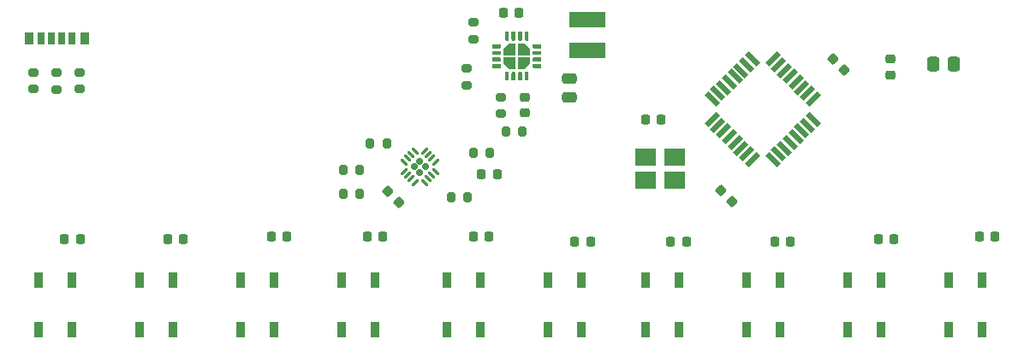
<source format=gbr>
%TF.GenerationSoftware,KiCad,Pcbnew,7.0.10*%
%TF.CreationDate,2024-11-03T00:17:19-07:00*%
%TF.ProjectId,winston-pomodoro-timer,77696e73-746f-46e2-9d70-6f6d6f646f72,rev?*%
%TF.SameCoordinates,Original*%
%TF.FileFunction,Paste,Top*%
%TF.FilePolarity,Positive*%
%FSLAX46Y46*%
G04 Gerber Fmt 4.6, Leading zero omitted, Abs format (unit mm)*
G04 Created by KiCad (PCBNEW 7.0.10) date 2024-11-03 00:17:19*
%MOMM*%
%LPD*%
G01*
G04 APERTURE LIST*
G04 Aperture macros list*
%AMRoundRect*
0 Rectangle with rounded corners*
0 $1 Rounding radius*
0 $2 $3 $4 $5 $6 $7 $8 $9 X,Y pos of 4 corners*
0 Add a 4 corners polygon primitive as box body*
4,1,4,$2,$3,$4,$5,$6,$7,$8,$9,$2,$3,0*
0 Add four circle primitives for the rounded corners*
1,1,$1+$1,$2,$3*
1,1,$1+$1,$4,$5*
1,1,$1+$1,$6,$7*
1,1,$1+$1,$8,$9*
0 Add four rect primitives between the rounded corners*
20,1,$1+$1,$2,$3,$4,$5,0*
20,1,$1+$1,$4,$5,$6,$7,0*
20,1,$1+$1,$6,$7,$8,$9,0*
20,1,$1+$1,$8,$9,$2,$3,0*%
%AMRotRect*
0 Rectangle, with rotation*
0 The origin of the aperture is its center*
0 $1 length*
0 $2 width*
0 $3 Rotation angle, in degrees counterclockwise*
0 Add horizontal line*
21,1,$1,$2,0,0,$3*%
G04 Aperture macros list end*
%ADD10C,0.010000*%
%ADD11RoundRect,0.225000X0.225000X0.250000X-0.225000X0.250000X-0.225000X-0.250000X0.225000X-0.250000X0*%
%ADD12RoundRect,0.200000X0.200000X0.275000X-0.200000X0.275000X-0.200000X-0.275000X0.200000X-0.275000X0*%
%ADD13RotRect,1.600000X0.550000X45.000000*%
%ADD14RotRect,1.600000X0.550000X135.000000*%
%ADD15R,0.900000X1.500000*%
%ADD16RoundRect,0.200000X-0.275000X0.200000X-0.275000X-0.200000X0.275000X-0.200000X0.275000X0.200000X0*%
%ADD17R,3.600000X1.500000*%
%ADD18RoundRect,0.200000X-0.200000X-0.275000X0.200000X-0.275000X0.200000X0.275000X-0.200000X0.275000X0*%
%ADD19RoundRect,0.225000X-0.335876X-0.017678X-0.017678X-0.335876X0.335876X0.017678X0.017678X0.335876X0*%
%ADD20RoundRect,0.225000X-0.225000X-0.250000X0.225000X-0.250000X0.225000X0.250000X-0.225000X0.250000X0*%
%ADD21R,2.100000X1.800000*%
%ADD22RoundRect,0.200000X0.275000X-0.200000X0.275000X0.200000X-0.275000X0.200000X-0.275000X-0.200000X0*%
%ADD23RoundRect,0.250000X-0.475000X0.250000X-0.475000X-0.250000X0.475000X-0.250000X0.475000X0.250000X0*%
%ADD24RoundRect,0.225000X0.335876X0.017678X0.017678X0.335876X-0.335876X-0.017678X-0.017678X-0.335876X0*%
%ADD25RoundRect,0.250000X-0.337500X-0.475000X0.337500X-0.475000X0.337500X0.475000X-0.337500X0.475000X0*%
%ADD26RoundRect,0.225000X0.250000X-0.225000X0.250000X0.225000X-0.250000X0.225000X-0.250000X-0.225000X0*%
%ADD27RoundRect,0.225000X-0.250000X0.225000X-0.250000X-0.225000X0.250000X-0.225000X0.250000X0.225000X0*%
%ADD28RoundRect,0.160000X0.226274X0.000000X0.000000X0.226274X-0.226274X0.000000X0.000000X-0.226274X0*%
%ADD29RoundRect,0.062500X0.309359X-0.220971X-0.220971X0.309359X-0.309359X0.220971X0.220971X-0.309359X0*%
%ADD30RoundRect,0.062500X0.309359X0.220971X0.220971X0.309359X-0.309359X-0.220971X-0.220971X-0.309359X0*%
%ADD31R,0.700000X1.150000*%
%ADD32R,0.800000X1.150000*%
%ADD33R,0.900000X1.150000*%
G04 APERTURE END LIST*
%TO.C,U3*%
D10*
X170700000Y-68371998D02*
X170700000Y-68949998D01*
X169600000Y-68949998D01*
X169600000Y-67849998D01*
X170178000Y-67849998D01*
X170700000Y-68371998D01*
G36*
X170700000Y-68371998D02*
G01*
X170700000Y-68949998D01*
X169600000Y-68949998D01*
X169600000Y-67849998D01*
X170178000Y-67849998D01*
X170700000Y-68371998D01*
G37*
X170700000Y-69827998D02*
X170178000Y-70349998D01*
X169600000Y-70349998D01*
X169600000Y-69249998D01*
X170700000Y-69249998D01*
X170700000Y-69827998D01*
G36*
X170700000Y-69827998D02*
G01*
X170178000Y-70349998D01*
X169600000Y-70349998D01*
X169600000Y-69249998D01*
X170700000Y-69249998D01*
X170700000Y-69827998D01*
G37*
X169300000Y-70349998D02*
X168722000Y-70349998D01*
X168200000Y-69827998D01*
X168200000Y-69249998D01*
X169300000Y-69249998D01*
X169300000Y-70349998D01*
G36*
X169300000Y-70349998D02*
G01*
X168722000Y-70349998D01*
X168200000Y-69827998D01*
X168200000Y-69249998D01*
X169300000Y-69249998D01*
X169300000Y-70349998D01*
G37*
X169300000Y-68949998D02*
X168200000Y-68949998D01*
X168200000Y-68371998D01*
X168722000Y-67849998D01*
X169300000Y-67849998D01*
X169300000Y-68949998D01*
G36*
X169300000Y-68949998D02*
G01*
X168200000Y-68949998D01*
X168200000Y-68371998D01*
X168722000Y-67849998D01*
X169300000Y-67849998D01*
X169300000Y-68949998D01*
G37*
X171825000Y-70224998D02*
X171175000Y-70224998D01*
X171167000Y-70224998D01*
X171159000Y-70223998D01*
X171152000Y-70222998D01*
X171144000Y-70221998D01*
X171136000Y-70219998D01*
X171129000Y-70217998D01*
X171121000Y-70214998D01*
X171114000Y-70211998D01*
X171107000Y-70208998D01*
X171100000Y-70204998D01*
X171093000Y-70200998D01*
X171087000Y-70195998D01*
X171081000Y-70191998D01*
X171075000Y-70185998D01*
X171069000Y-70180998D01*
X171064000Y-70174998D01*
X171058000Y-70168998D01*
X171054000Y-70162998D01*
X171049000Y-70156998D01*
X171045000Y-70149998D01*
X171041000Y-70142998D01*
X171038000Y-70135998D01*
X171035000Y-70128998D01*
X171032000Y-70120998D01*
X171030000Y-70113998D01*
X171028000Y-70105998D01*
X171027000Y-70097998D01*
X171026000Y-70090998D01*
X171025000Y-70082998D01*
X171025000Y-70074998D01*
X171025000Y-70066998D01*
X171026000Y-70058998D01*
X171027000Y-70051998D01*
X171028000Y-70043998D01*
X171030000Y-70035998D01*
X171032000Y-70028998D01*
X171035000Y-70020998D01*
X171038000Y-70013998D01*
X171041000Y-70006998D01*
X171045000Y-69999998D01*
X171049000Y-69992998D01*
X171054000Y-69986998D01*
X171058000Y-69980998D01*
X171064000Y-69974998D01*
X171069000Y-69968998D01*
X171075000Y-69963998D01*
X171081000Y-69957998D01*
X171087000Y-69953998D01*
X171093000Y-69948998D01*
X171100000Y-69944998D01*
X171107000Y-69940998D01*
X171114000Y-69937998D01*
X171121000Y-69934998D01*
X171129000Y-69931998D01*
X171136000Y-69929998D01*
X171144000Y-69927998D01*
X171152000Y-69926998D01*
X171159000Y-69925998D01*
X171167000Y-69924998D01*
X171175000Y-69924998D01*
X171825000Y-69924998D01*
X171825000Y-70224998D01*
G36*
X171825000Y-70224998D02*
G01*
X171175000Y-70224998D01*
X171167000Y-70224998D01*
X171159000Y-70223998D01*
X171152000Y-70222998D01*
X171144000Y-70221998D01*
X171136000Y-70219998D01*
X171129000Y-70217998D01*
X171121000Y-70214998D01*
X171114000Y-70211998D01*
X171107000Y-70208998D01*
X171100000Y-70204998D01*
X171093000Y-70200998D01*
X171087000Y-70195998D01*
X171081000Y-70191998D01*
X171075000Y-70185998D01*
X171069000Y-70180998D01*
X171064000Y-70174998D01*
X171058000Y-70168998D01*
X171054000Y-70162998D01*
X171049000Y-70156998D01*
X171045000Y-70149998D01*
X171041000Y-70142998D01*
X171038000Y-70135998D01*
X171035000Y-70128998D01*
X171032000Y-70120998D01*
X171030000Y-70113998D01*
X171028000Y-70105998D01*
X171027000Y-70097998D01*
X171026000Y-70090998D01*
X171025000Y-70082998D01*
X171025000Y-70074998D01*
X171025000Y-70066998D01*
X171026000Y-70058998D01*
X171027000Y-70051998D01*
X171028000Y-70043998D01*
X171030000Y-70035998D01*
X171032000Y-70028998D01*
X171035000Y-70020998D01*
X171038000Y-70013998D01*
X171041000Y-70006998D01*
X171045000Y-69999998D01*
X171049000Y-69992998D01*
X171054000Y-69986998D01*
X171058000Y-69980998D01*
X171064000Y-69974998D01*
X171069000Y-69968998D01*
X171075000Y-69963998D01*
X171081000Y-69957998D01*
X171087000Y-69953998D01*
X171093000Y-69948998D01*
X171100000Y-69944998D01*
X171107000Y-69940998D01*
X171114000Y-69937998D01*
X171121000Y-69934998D01*
X171129000Y-69931998D01*
X171136000Y-69929998D01*
X171144000Y-69927998D01*
X171152000Y-69926998D01*
X171159000Y-69925998D01*
X171167000Y-69924998D01*
X171175000Y-69924998D01*
X171825000Y-69924998D01*
X171825000Y-70224998D01*
G37*
X171825000Y-69574998D02*
X171175000Y-69574998D01*
X171167000Y-69574998D01*
X171159000Y-69573998D01*
X171152000Y-69572998D01*
X171144000Y-69571998D01*
X171136000Y-69569998D01*
X171129000Y-69567998D01*
X171121000Y-69564998D01*
X171114000Y-69561998D01*
X171107000Y-69558998D01*
X171100000Y-69554998D01*
X171093000Y-69550998D01*
X171087000Y-69545998D01*
X171081000Y-69541998D01*
X171075000Y-69535998D01*
X171069000Y-69530998D01*
X171064000Y-69524998D01*
X171058000Y-69518998D01*
X171054000Y-69512998D01*
X171049000Y-69506998D01*
X171045000Y-69499998D01*
X171041000Y-69492998D01*
X171038000Y-69485998D01*
X171035000Y-69478998D01*
X171032000Y-69470998D01*
X171030000Y-69463998D01*
X171028000Y-69455998D01*
X171027000Y-69447998D01*
X171026000Y-69440998D01*
X171025000Y-69432998D01*
X171025000Y-69424998D01*
X171025000Y-69416998D01*
X171026000Y-69408998D01*
X171027000Y-69401998D01*
X171028000Y-69393998D01*
X171030000Y-69385998D01*
X171032000Y-69378998D01*
X171035000Y-69370998D01*
X171038000Y-69363998D01*
X171041000Y-69356998D01*
X171045000Y-69349998D01*
X171049000Y-69342998D01*
X171054000Y-69336998D01*
X171058000Y-69330998D01*
X171064000Y-69324998D01*
X171069000Y-69318998D01*
X171075000Y-69313998D01*
X171081000Y-69307998D01*
X171087000Y-69303998D01*
X171093000Y-69298998D01*
X171100000Y-69294998D01*
X171107000Y-69290998D01*
X171114000Y-69287998D01*
X171121000Y-69284998D01*
X171129000Y-69281998D01*
X171136000Y-69279998D01*
X171144000Y-69277998D01*
X171152000Y-69276998D01*
X171159000Y-69275998D01*
X171167000Y-69274998D01*
X171175000Y-69274998D01*
X171825000Y-69274998D01*
X171825000Y-69574998D01*
G36*
X171825000Y-69574998D02*
G01*
X171175000Y-69574998D01*
X171167000Y-69574998D01*
X171159000Y-69573998D01*
X171152000Y-69572998D01*
X171144000Y-69571998D01*
X171136000Y-69569998D01*
X171129000Y-69567998D01*
X171121000Y-69564998D01*
X171114000Y-69561998D01*
X171107000Y-69558998D01*
X171100000Y-69554998D01*
X171093000Y-69550998D01*
X171087000Y-69545998D01*
X171081000Y-69541998D01*
X171075000Y-69535998D01*
X171069000Y-69530998D01*
X171064000Y-69524998D01*
X171058000Y-69518998D01*
X171054000Y-69512998D01*
X171049000Y-69506998D01*
X171045000Y-69499998D01*
X171041000Y-69492998D01*
X171038000Y-69485998D01*
X171035000Y-69478998D01*
X171032000Y-69470998D01*
X171030000Y-69463998D01*
X171028000Y-69455998D01*
X171027000Y-69447998D01*
X171026000Y-69440998D01*
X171025000Y-69432998D01*
X171025000Y-69424998D01*
X171025000Y-69416998D01*
X171026000Y-69408998D01*
X171027000Y-69401998D01*
X171028000Y-69393998D01*
X171030000Y-69385998D01*
X171032000Y-69378998D01*
X171035000Y-69370998D01*
X171038000Y-69363998D01*
X171041000Y-69356998D01*
X171045000Y-69349998D01*
X171049000Y-69342998D01*
X171054000Y-69336998D01*
X171058000Y-69330998D01*
X171064000Y-69324998D01*
X171069000Y-69318998D01*
X171075000Y-69313998D01*
X171081000Y-69307998D01*
X171087000Y-69303998D01*
X171093000Y-69298998D01*
X171100000Y-69294998D01*
X171107000Y-69290998D01*
X171114000Y-69287998D01*
X171121000Y-69284998D01*
X171129000Y-69281998D01*
X171136000Y-69279998D01*
X171144000Y-69277998D01*
X171152000Y-69276998D01*
X171159000Y-69275998D01*
X171167000Y-69274998D01*
X171175000Y-69274998D01*
X171825000Y-69274998D01*
X171825000Y-69574998D01*
G37*
X171825000Y-68924998D02*
X171175000Y-68924998D01*
X171167000Y-68924998D01*
X171159000Y-68923998D01*
X171152000Y-68922998D01*
X171144000Y-68921998D01*
X171136000Y-68919998D01*
X171129000Y-68917998D01*
X171121000Y-68914998D01*
X171114000Y-68911998D01*
X171107000Y-68908998D01*
X171100000Y-68904998D01*
X171093000Y-68900998D01*
X171087000Y-68895998D01*
X171081000Y-68891998D01*
X171075000Y-68885998D01*
X171069000Y-68880998D01*
X171064000Y-68874998D01*
X171058000Y-68868998D01*
X171054000Y-68862998D01*
X171049000Y-68856998D01*
X171045000Y-68849998D01*
X171041000Y-68842998D01*
X171038000Y-68835998D01*
X171035000Y-68828998D01*
X171032000Y-68820998D01*
X171030000Y-68813998D01*
X171028000Y-68805998D01*
X171027000Y-68797998D01*
X171026000Y-68790998D01*
X171025000Y-68782998D01*
X171025000Y-68774998D01*
X171025000Y-68766998D01*
X171026000Y-68758998D01*
X171027000Y-68751998D01*
X171028000Y-68743998D01*
X171030000Y-68735998D01*
X171032000Y-68728998D01*
X171035000Y-68720998D01*
X171038000Y-68713998D01*
X171041000Y-68706998D01*
X171045000Y-68699998D01*
X171049000Y-68692998D01*
X171054000Y-68686998D01*
X171058000Y-68680998D01*
X171064000Y-68674998D01*
X171069000Y-68668998D01*
X171075000Y-68663998D01*
X171081000Y-68657998D01*
X171087000Y-68653998D01*
X171093000Y-68648998D01*
X171100000Y-68644998D01*
X171107000Y-68640998D01*
X171114000Y-68637998D01*
X171121000Y-68634998D01*
X171129000Y-68631998D01*
X171136000Y-68629998D01*
X171144000Y-68627998D01*
X171152000Y-68626998D01*
X171159000Y-68625998D01*
X171167000Y-68624998D01*
X171175000Y-68624998D01*
X171825000Y-68624998D01*
X171825000Y-68924998D01*
G36*
X171825000Y-68924998D02*
G01*
X171175000Y-68924998D01*
X171167000Y-68924998D01*
X171159000Y-68923998D01*
X171152000Y-68922998D01*
X171144000Y-68921998D01*
X171136000Y-68919998D01*
X171129000Y-68917998D01*
X171121000Y-68914998D01*
X171114000Y-68911998D01*
X171107000Y-68908998D01*
X171100000Y-68904998D01*
X171093000Y-68900998D01*
X171087000Y-68895998D01*
X171081000Y-68891998D01*
X171075000Y-68885998D01*
X171069000Y-68880998D01*
X171064000Y-68874998D01*
X171058000Y-68868998D01*
X171054000Y-68862998D01*
X171049000Y-68856998D01*
X171045000Y-68849998D01*
X171041000Y-68842998D01*
X171038000Y-68835998D01*
X171035000Y-68828998D01*
X171032000Y-68820998D01*
X171030000Y-68813998D01*
X171028000Y-68805998D01*
X171027000Y-68797998D01*
X171026000Y-68790998D01*
X171025000Y-68782998D01*
X171025000Y-68774998D01*
X171025000Y-68766998D01*
X171026000Y-68758998D01*
X171027000Y-68751998D01*
X171028000Y-68743998D01*
X171030000Y-68735998D01*
X171032000Y-68728998D01*
X171035000Y-68720998D01*
X171038000Y-68713998D01*
X171041000Y-68706998D01*
X171045000Y-68699998D01*
X171049000Y-68692998D01*
X171054000Y-68686998D01*
X171058000Y-68680998D01*
X171064000Y-68674998D01*
X171069000Y-68668998D01*
X171075000Y-68663998D01*
X171081000Y-68657998D01*
X171087000Y-68653998D01*
X171093000Y-68648998D01*
X171100000Y-68644998D01*
X171107000Y-68640998D01*
X171114000Y-68637998D01*
X171121000Y-68634998D01*
X171129000Y-68631998D01*
X171136000Y-68629998D01*
X171144000Y-68627998D01*
X171152000Y-68626998D01*
X171159000Y-68625998D01*
X171167000Y-68624998D01*
X171175000Y-68624998D01*
X171825000Y-68624998D01*
X171825000Y-68924998D01*
G37*
X171825000Y-68274998D02*
X171175000Y-68274998D01*
X171167000Y-68274998D01*
X171159000Y-68273998D01*
X171152000Y-68272998D01*
X171144000Y-68271998D01*
X171136000Y-68269998D01*
X171129000Y-68267998D01*
X171121000Y-68264998D01*
X171114000Y-68261998D01*
X171107000Y-68258998D01*
X171100000Y-68254998D01*
X171093000Y-68250998D01*
X171087000Y-68245998D01*
X171081000Y-68241998D01*
X171075000Y-68235998D01*
X171069000Y-68230998D01*
X171064000Y-68224998D01*
X171058000Y-68218998D01*
X171054000Y-68212998D01*
X171049000Y-68206998D01*
X171045000Y-68199998D01*
X171041000Y-68192998D01*
X171038000Y-68185998D01*
X171035000Y-68178998D01*
X171032000Y-68170998D01*
X171030000Y-68163998D01*
X171028000Y-68155998D01*
X171027000Y-68147998D01*
X171026000Y-68140998D01*
X171025000Y-68132998D01*
X171025000Y-68124998D01*
X171025000Y-68116998D01*
X171026000Y-68108998D01*
X171027000Y-68101998D01*
X171028000Y-68093998D01*
X171030000Y-68085998D01*
X171032000Y-68078998D01*
X171035000Y-68070998D01*
X171038000Y-68063998D01*
X171041000Y-68056998D01*
X171045000Y-68049998D01*
X171049000Y-68042998D01*
X171054000Y-68036998D01*
X171058000Y-68030998D01*
X171064000Y-68024998D01*
X171069000Y-68018998D01*
X171075000Y-68013998D01*
X171081000Y-68007998D01*
X171087000Y-68003998D01*
X171093000Y-67998998D01*
X171100000Y-67994998D01*
X171107000Y-67990998D01*
X171114000Y-67987998D01*
X171121000Y-67984998D01*
X171129000Y-67981998D01*
X171136000Y-67979998D01*
X171144000Y-67977998D01*
X171152000Y-67976998D01*
X171159000Y-67975998D01*
X171167000Y-67974998D01*
X171175000Y-67974998D01*
X171825000Y-67974998D01*
X171825000Y-68274998D01*
G36*
X171825000Y-68274998D02*
G01*
X171175000Y-68274998D01*
X171167000Y-68274998D01*
X171159000Y-68273998D01*
X171152000Y-68272998D01*
X171144000Y-68271998D01*
X171136000Y-68269998D01*
X171129000Y-68267998D01*
X171121000Y-68264998D01*
X171114000Y-68261998D01*
X171107000Y-68258998D01*
X171100000Y-68254998D01*
X171093000Y-68250998D01*
X171087000Y-68245998D01*
X171081000Y-68241998D01*
X171075000Y-68235998D01*
X171069000Y-68230998D01*
X171064000Y-68224998D01*
X171058000Y-68218998D01*
X171054000Y-68212998D01*
X171049000Y-68206998D01*
X171045000Y-68199998D01*
X171041000Y-68192998D01*
X171038000Y-68185998D01*
X171035000Y-68178998D01*
X171032000Y-68170998D01*
X171030000Y-68163998D01*
X171028000Y-68155998D01*
X171027000Y-68147998D01*
X171026000Y-68140998D01*
X171025000Y-68132998D01*
X171025000Y-68124998D01*
X171025000Y-68116998D01*
X171026000Y-68108998D01*
X171027000Y-68101998D01*
X171028000Y-68093998D01*
X171030000Y-68085998D01*
X171032000Y-68078998D01*
X171035000Y-68070998D01*
X171038000Y-68063998D01*
X171041000Y-68056998D01*
X171045000Y-68049998D01*
X171049000Y-68042998D01*
X171054000Y-68036998D01*
X171058000Y-68030998D01*
X171064000Y-68024998D01*
X171069000Y-68018998D01*
X171075000Y-68013998D01*
X171081000Y-68007998D01*
X171087000Y-68003998D01*
X171093000Y-67998998D01*
X171100000Y-67994998D01*
X171107000Y-67990998D01*
X171114000Y-67987998D01*
X171121000Y-67984998D01*
X171129000Y-67981998D01*
X171136000Y-67979998D01*
X171144000Y-67977998D01*
X171152000Y-67976998D01*
X171159000Y-67975998D01*
X171167000Y-67974998D01*
X171175000Y-67974998D01*
X171825000Y-67974998D01*
X171825000Y-68274998D01*
G37*
X170575000Y-67374998D02*
X170575000Y-67382998D01*
X170574000Y-67390998D01*
X170573000Y-67397998D01*
X170572000Y-67405998D01*
X170570000Y-67413998D01*
X170568000Y-67420998D01*
X170565000Y-67428998D01*
X170562000Y-67435998D01*
X170559000Y-67442998D01*
X170555000Y-67449998D01*
X170551000Y-67456998D01*
X170546000Y-67462998D01*
X170542000Y-67468998D01*
X170536000Y-67474998D01*
X170531000Y-67480998D01*
X170525000Y-67485998D01*
X170519000Y-67491998D01*
X170513000Y-67495998D01*
X170507000Y-67500998D01*
X170500000Y-67504998D01*
X170493000Y-67508998D01*
X170486000Y-67511998D01*
X170479000Y-67514998D01*
X170471000Y-67517998D01*
X170464000Y-67519998D01*
X170456000Y-67521998D01*
X170448000Y-67522998D01*
X170441000Y-67523998D01*
X170433000Y-67524998D01*
X170425000Y-67524998D01*
X170417000Y-67524998D01*
X170409000Y-67523998D01*
X170402000Y-67522998D01*
X170394000Y-67521998D01*
X170386000Y-67519998D01*
X170379000Y-67517998D01*
X170371000Y-67514998D01*
X170364000Y-67511998D01*
X170357000Y-67508998D01*
X170350000Y-67504998D01*
X170343000Y-67500998D01*
X170337000Y-67495998D01*
X170331000Y-67491998D01*
X170325000Y-67485998D01*
X170319000Y-67480998D01*
X170314000Y-67474998D01*
X170308000Y-67468998D01*
X170304000Y-67462998D01*
X170299000Y-67456998D01*
X170295000Y-67449998D01*
X170291000Y-67442998D01*
X170288000Y-67435998D01*
X170285000Y-67428998D01*
X170282000Y-67420998D01*
X170280000Y-67413998D01*
X170278000Y-67405998D01*
X170277000Y-67397998D01*
X170276000Y-67390998D01*
X170275000Y-67382998D01*
X170275000Y-67374998D01*
X170275000Y-66724998D01*
X170575000Y-66724998D01*
X170575000Y-67374998D01*
G36*
X170575000Y-67374998D02*
G01*
X170575000Y-67382998D01*
X170574000Y-67390998D01*
X170573000Y-67397998D01*
X170572000Y-67405998D01*
X170570000Y-67413998D01*
X170568000Y-67420998D01*
X170565000Y-67428998D01*
X170562000Y-67435998D01*
X170559000Y-67442998D01*
X170555000Y-67449998D01*
X170551000Y-67456998D01*
X170546000Y-67462998D01*
X170542000Y-67468998D01*
X170536000Y-67474998D01*
X170531000Y-67480998D01*
X170525000Y-67485998D01*
X170519000Y-67491998D01*
X170513000Y-67495998D01*
X170507000Y-67500998D01*
X170500000Y-67504998D01*
X170493000Y-67508998D01*
X170486000Y-67511998D01*
X170479000Y-67514998D01*
X170471000Y-67517998D01*
X170464000Y-67519998D01*
X170456000Y-67521998D01*
X170448000Y-67522998D01*
X170441000Y-67523998D01*
X170433000Y-67524998D01*
X170425000Y-67524998D01*
X170417000Y-67524998D01*
X170409000Y-67523998D01*
X170402000Y-67522998D01*
X170394000Y-67521998D01*
X170386000Y-67519998D01*
X170379000Y-67517998D01*
X170371000Y-67514998D01*
X170364000Y-67511998D01*
X170357000Y-67508998D01*
X170350000Y-67504998D01*
X170343000Y-67500998D01*
X170337000Y-67495998D01*
X170331000Y-67491998D01*
X170325000Y-67485998D01*
X170319000Y-67480998D01*
X170314000Y-67474998D01*
X170308000Y-67468998D01*
X170304000Y-67462998D01*
X170299000Y-67456998D01*
X170295000Y-67449998D01*
X170291000Y-67442998D01*
X170288000Y-67435998D01*
X170285000Y-67428998D01*
X170282000Y-67420998D01*
X170280000Y-67413998D01*
X170278000Y-67405998D01*
X170277000Y-67397998D01*
X170276000Y-67390998D01*
X170275000Y-67382998D01*
X170275000Y-67374998D01*
X170275000Y-66724998D01*
X170575000Y-66724998D01*
X170575000Y-67374998D01*
G37*
X170441000Y-70675998D02*
X170448000Y-70676998D01*
X170456000Y-70677998D01*
X170464000Y-70679998D01*
X170471000Y-70681998D01*
X170479000Y-70684998D01*
X170486000Y-70687998D01*
X170493000Y-70690998D01*
X170500000Y-70694998D01*
X170507000Y-70698998D01*
X170513000Y-70703998D01*
X170519000Y-70707998D01*
X170525000Y-70713998D01*
X170531000Y-70718998D01*
X170536000Y-70724998D01*
X170542000Y-70730998D01*
X170546000Y-70736998D01*
X170551000Y-70742998D01*
X170555000Y-70749998D01*
X170559000Y-70756998D01*
X170562000Y-70763998D01*
X170565000Y-70770998D01*
X170568000Y-70778998D01*
X170570000Y-70785998D01*
X170572000Y-70793998D01*
X170573000Y-70801998D01*
X170574000Y-70808998D01*
X170575000Y-70816998D01*
X170575000Y-70824998D01*
X170575000Y-71474998D01*
X170275000Y-71474998D01*
X170275000Y-70824998D01*
X170275000Y-70816998D01*
X170276000Y-70808998D01*
X170277000Y-70801998D01*
X170278000Y-70793998D01*
X170280000Y-70785998D01*
X170282000Y-70778998D01*
X170285000Y-70770998D01*
X170288000Y-70763998D01*
X170291000Y-70756998D01*
X170295000Y-70749998D01*
X170299000Y-70742998D01*
X170304000Y-70736998D01*
X170308000Y-70730998D01*
X170314000Y-70724998D01*
X170319000Y-70718998D01*
X170325000Y-70713998D01*
X170331000Y-70707998D01*
X170337000Y-70703998D01*
X170343000Y-70698998D01*
X170350000Y-70694998D01*
X170357000Y-70690998D01*
X170364000Y-70687998D01*
X170371000Y-70684998D01*
X170379000Y-70681998D01*
X170386000Y-70679998D01*
X170394000Y-70677998D01*
X170402000Y-70676998D01*
X170409000Y-70675998D01*
X170417000Y-70674998D01*
X170425000Y-70674998D01*
X170433000Y-70674998D01*
X170441000Y-70675998D01*
G36*
X170441000Y-70675998D02*
G01*
X170448000Y-70676998D01*
X170456000Y-70677998D01*
X170464000Y-70679998D01*
X170471000Y-70681998D01*
X170479000Y-70684998D01*
X170486000Y-70687998D01*
X170493000Y-70690998D01*
X170500000Y-70694998D01*
X170507000Y-70698998D01*
X170513000Y-70703998D01*
X170519000Y-70707998D01*
X170525000Y-70713998D01*
X170531000Y-70718998D01*
X170536000Y-70724998D01*
X170542000Y-70730998D01*
X170546000Y-70736998D01*
X170551000Y-70742998D01*
X170555000Y-70749998D01*
X170559000Y-70756998D01*
X170562000Y-70763998D01*
X170565000Y-70770998D01*
X170568000Y-70778998D01*
X170570000Y-70785998D01*
X170572000Y-70793998D01*
X170573000Y-70801998D01*
X170574000Y-70808998D01*
X170575000Y-70816998D01*
X170575000Y-70824998D01*
X170575000Y-71474998D01*
X170275000Y-71474998D01*
X170275000Y-70824998D01*
X170275000Y-70816998D01*
X170276000Y-70808998D01*
X170277000Y-70801998D01*
X170278000Y-70793998D01*
X170280000Y-70785998D01*
X170282000Y-70778998D01*
X170285000Y-70770998D01*
X170288000Y-70763998D01*
X170291000Y-70756998D01*
X170295000Y-70749998D01*
X170299000Y-70742998D01*
X170304000Y-70736998D01*
X170308000Y-70730998D01*
X170314000Y-70724998D01*
X170319000Y-70718998D01*
X170325000Y-70713998D01*
X170331000Y-70707998D01*
X170337000Y-70703998D01*
X170343000Y-70698998D01*
X170350000Y-70694998D01*
X170357000Y-70690998D01*
X170364000Y-70687998D01*
X170371000Y-70684998D01*
X170379000Y-70681998D01*
X170386000Y-70679998D01*
X170394000Y-70677998D01*
X170402000Y-70676998D01*
X170409000Y-70675998D01*
X170417000Y-70674998D01*
X170425000Y-70674998D01*
X170433000Y-70674998D01*
X170441000Y-70675998D01*
G37*
X169925000Y-67374998D02*
X169925000Y-67382998D01*
X169924000Y-67390998D01*
X169923000Y-67397998D01*
X169922000Y-67405998D01*
X169920000Y-67413998D01*
X169918000Y-67420998D01*
X169915000Y-67428998D01*
X169912000Y-67435998D01*
X169909000Y-67442998D01*
X169905000Y-67449998D01*
X169901000Y-67456998D01*
X169896000Y-67462998D01*
X169892000Y-67468998D01*
X169886000Y-67474998D01*
X169881000Y-67480998D01*
X169875000Y-67485998D01*
X169869000Y-67491998D01*
X169863000Y-67495998D01*
X169857000Y-67500998D01*
X169850000Y-67504998D01*
X169843000Y-67508998D01*
X169836000Y-67511998D01*
X169829000Y-67514998D01*
X169821000Y-67517998D01*
X169814000Y-67519998D01*
X169806000Y-67521998D01*
X169798000Y-67522998D01*
X169791000Y-67523998D01*
X169783000Y-67524998D01*
X169775000Y-67524998D01*
X169767000Y-67524998D01*
X169759000Y-67523998D01*
X169752000Y-67522998D01*
X169744000Y-67521998D01*
X169736000Y-67519998D01*
X169729000Y-67517998D01*
X169721000Y-67514998D01*
X169714000Y-67511998D01*
X169707000Y-67508998D01*
X169700000Y-67504998D01*
X169693000Y-67500998D01*
X169687000Y-67495998D01*
X169681000Y-67491998D01*
X169675000Y-67485998D01*
X169669000Y-67480998D01*
X169664000Y-67474998D01*
X169658000Y-67468998D01*
X169654000Y-67462998D01*
X169649000Y-67456998D01*
X169645000Y-67449998D01*
X169641000Y-67442998D01*
X169638000Y-67435998D01*
X169635000Y-67428998D01*
X169632000Y-67420998D01*
X169630000Y-67413998D01*
X169628000Y-67405998D01*
X169627000Y-67397998D01*
X169626000Y-67390998D01*
X169625000Y-67382998D01*
X169625000Y-67374998D01*
X169625000Y-66724998D01*
X169925000Y-66724998D01*
X169925000Y-67374998D01*
G36*
X169925000Y-67374998D02*
G01*
X169925000Y-67382998D01*
X169924000Y-67390998D01*
X169923000Y-67397998D01*
X169922000Y-67405998D01*
X169920000Y-67413998D01*
X169918000Y-67420998D01*
X169915000Y-67428998D01*
X169912000Y-67435998D01*
X169909000Y-67442998D01*
X169905000Y-67449998D01*
X169901000Y-67456998D01*
X169896000Y-67462998D01*
X169892000Y-67468998D01*
X169886000Y-67474998D01*
X169881000Y-67480998D01*
X169875000Y-67485998D01*
X169869000Y-67491998D01*
X169863000Y-67495998D01*
X169857000Y-67500998D01*
X169850000Y-67504998D01*
X169843000Y-67508998D01*
X169836000Y-67511998D01*
X169829000Y-67514998D01*
X169821000Y-67517998D01*
X169814000Y-67519998D01*
X169806000Y-67521998D01*
X169798000Y-67522998D01*
X169791000Y-67523998D01*
X169783000Y-67524998D01*
X169775000Y-67524998D01*
X169767000Y-67524998D01*
X169759000Y-67523998D01*
X169752000Y-67522998D01*
X169744000Y-67521998D01*
X169736000Y-67519998D01*
X169729000Y-67517998D01*
X169721000Y-67514998D01*
X169714000Y-67511998D01*
X169707000Y-67508998D01*
X169700000Y-67504998D01*
X169693000Y-67500998D01*
X169687000Y-67495998D01*
X169681000Y-67491998D01*
X169675000Y-67485998D01*
X169669000Y-67480998D01*
X169664000Y-67474998D01*
X169658000Y-67468998D01*
X169654000Y-67462998D01*
X169649000Y-67456998D01*
X169645000Y-67449998D01*
X169641000Y-67442998D01*
X169638000Y-67435998D01*
X169635000Y-67428998D01*
X169632000Y-67420998D01*
X169630000Y-67413998D01*
X169628000Y-67405998D01*
X169627000Y-67397998D01*
X169626000Y-67390998D01*
X169625000Y-67382998D01*
X169625000Y-67374998D01*
X169625000Y-66724998D01*
X169925000Y-66724998D01*
X169925000Y-67374998D01*
G37*
X169791000Y-70675998D02*
X169798000Y-70676998D01*
X169806000Y-70677998D01*
X169814000Y-70679998D01*
X169821000Y-70681998D01*
X169829000Y-70684998D01*
X169836000Y-70687998D01*
X169843000Y-70690998D01*
X169850000Y-70694998D01*
X169857000Y-70698998D01*
X169863000Y-70703998D01*
X169869000Y-70707998D01*
X169875000Y-70713998D01*
X169881000Y-70718998D01*
X169886000Y-70724998D01*
X169892000Y-70730998D01*
X169896000Y-70736998D01*
X169901000Y-70742998D01*
X169905000Y-70749998D01*
X169909000Y-70756998D01*
X169912000Y-70763998D01*
X169915000Y-70770998D01*
X169918000Y-70778998D01*
X169920000Y-70785998D01*
X169922000Y-70793998D01*
X169923000Y-70801998D01*
X169924000Y-70808998D01*
X169925000Y-70816998D01*
X169925000Y-70824998D01*
X169925000Y-71474998D01*
X169625000Y-71474998D01*
X169625000Y-70824998D01*
X169625000Y-70816998D01*
X169626000Y-70808998D01*
X169627000Y-70801998D01*
X169628000Y-70793998D01*
X169630000Y-70785998D01*
X169632000Y-70778998D01*
X169635000Y-70770998D01*
X169638000Y-70763998D01*
X169641000Y-70756998D01*
X169645000Y-70749998D01*
X169649000Y-70742998D01*
X169654000Y-70736998D01*
X169658000Y-70730998D01*
X169664000Y-70724998D01*
X169669000Y-70718998D01*
X169675000Y-70713998D01*
X169681000Y-70707998D01*
X169687000Y-70703998D01*
X169693000Y-70698998D01*
X169700000Y-70694998D01*
X169707000Y-70690998D01*
X169714000Y-70687998D01*
X169721000Y-70684998D01*
X169729000Y-70681998D01*
X169736000Y-70679998D01*
X169744000Y-70677998D01*
X169752000Y-70676998D01*
X169759000Y-70675998D01*
X169767000Y-70674998D01*
X169775000Y-70674998D01*
X169783000Y-70674998D01*
X169791000Y-70675998D01*
G36*
X169791000Y-70675998D02*
G01*
X169798000Y-70676998D01*
X169806000Y-70677998D01*
X169814000Y-70679998D01*
X169821000Y-70681998D01*
X169829000Y-70684998D01*
X169836000Y-70687998D01*
X169843000Y-70690998D01*
X169850000Y-70694998D01*
X169857000Y-70698998D01*
X169863000Y-70703998D01*
X169869000Y-70707998D01*
X169875000Y-70713998D01*
X169881000Y-70718998D01*
X169886000Y-70724998D01*
X169892000Y-70730998D01*
X169896000Y-70736998D01*
X169901000Y-70742998D01*
X169905000Y-70749998D01*
X169909000Y-70756998D01*
X169912000Y-70763998D01*
X169915000Y-70770998D01*
X169918000Y-70778998D01*
X169920000Y-70785998D01*
X169922000Y-70793998D01*
X169923000Y-70801998D01*
X169924000Y-70808998D01*
X169925000Y-70816998D01*
X169925000Y-70824998D01*
X169925000Y-71474998D01*
X169625000Y-71474998D01*
X169625000Y-70824998D01*
X169625000Y-70816998D01*
X169626000Y-70808998D01*
X169627000Y-70801998D01*
X169628000Y-70793998D01*
X169630000Y-70785998D01*
X169632000Y-70778998D01*
X169635000Y-70770998D01*
X169638000Y-70763998D01*
X169641000Y-70756998D01*
X169645000Y-70749998D01*
X169649000Y-70742998D01*
X169654000Y-70736998D01*
X169658000Y-70730998D01*
X169664000Y-70724998D01*
X169669000Y-70718998D01*
X169675000Y-70713998D01*
X169681000Y-70707998D01*
X169687000Y-70703998D01*
X169693000Y-70698998D01*
X169700000Y-70694998D01*
X169707000Y-70690998D01*
X169714000Y-70687998D01*
X169721000Y-70684998D01*
X169729000Y-70681998D01*
X169736000Y-70679998D01*
X169744000Y-70677998D01*
X169752000Y-70676998D01*
X169759000Y-70675998D01*
X169767000Y-70674998D01*
X169775000Y-70674998D01*
X169783000Y-70674998D01*
X169791000Y-70675998D01*
G37*
X169275000Y-67374998D02*
X169275000Y-67382998D01*
X169274000Y-67390998D01*
X169273000Y-67397998D01*
X169272000Y-67405998D01*
X169270000Y-67413998D01*
X169268000Y-67420998D01*
X169265000Y-67428998D01*
X169262000Y-67435998D01*
X169259000Y-67442998D01*
X169255000Y-67449998D01*
X169251000Y-67456998D01*
X169246000Y-67462998D01*
X169242000Y-67468998D01*
X169236000Y-67474998D01*
X169231000Y-67480998D01*
X169225000Y-67485998D01*
X169219000Y-67491998D01*
X169213000Y-67495998D01*
X169207000Y-67500998D01*
X169200000Y-67504998D01*
X169193000Y-67508998D01*
X169186000Y-67511998D01*
X169179000Y-67514998D01*
X169171000Y-67517998D01*
X169164000Y-67519998D01*
X169156000Y-67521998D01*
X169148000Y-67522998D01*
X169141000Y-67523998D01*
X169133000Y-67524998D01*
X169125000Y-67524998D01*
X169117000Y-67524998D01*
X169109000Y-67523998D01*
X169102000Y-67522998D01*
X169094000Y-67521998D01*
X169086000Y-67519998D01*
X169079000Y-67517998D01*
X169071000Y-67514998D01*
X169064000Y-67511998D01*
X169057000Y-67508998D01*
X169050000Y-67504998D01*
X169043000Y-67500998D01*
X169037000Y-67495998D01*
X169031000Y-67491998D01*
X169025000Y-67485998D01*
X169019000Y-67480998D01*
X169014000Y-67474998D01*
X169008000Y-67468998D01*
X169004000Y-67462998D01*
X168999000Y-67456998D01*
X168995000Y-67449998D01*
X168991000Y-67442998D01*
X168988000Y-67435998D01*
X168985000Y-67428998D01*
X168982000Y-67420998D01*
X168980000Y-67413998D01*
X168978000Y-67405998D01*
X168977000Y-67397998D01*
X168976000Y-67390998D01*
X168975000Y-67382998D01*
X168975000Y-67374998D01*
X168975000Y-66724998D01*
X169275000Y-66724998D01*
X169275000Y-67374998D01*
G36*
X169275000Y-67374998D02*
G01*
X169275000Y-67382998D01*
X169274000Y-67390998D01*
X169273000Y-67397998D01*
X169272000Y-67405998D01*
X169270000Y-67413998D01*
X169268000Y-67420998D01*
X169265000Y-67428998D01*
X169262000Y-67435998D01*
X169259000Y-67442998D01*
X169255000Y-67449998D01*
X169251000Y-67456998D01*
X169246000Y-67462998D01*
X169242000Y-67468998D01*
X169236000Y-67474998D01*
X169231000Y-67480998D01*
X169225000Y-67485998D01*
X169219000Y-67491998D01*
X169213000Y-67495998D01*
X169207000Y-67500998D01*
X169200000Y-67504998D01*
X169193000Y-67508998D01*
X169186000Y-67511998D01*
X169179000Y-67514998D01*
X169171000Y-67517998D01*
X169164000Y-67519998D01*
X169156000Y-67521998D01*
X169148000Y-67522998D01*
X169141000Y-67523998D01*
X169133000Y-67524998D01*
X169125000Y-67524998D01*
X169117000Y-67524998D01*
X169109000Y-67523998D01*
X169102000Y-67522998D01*
X169094000Y-67521998D01*
X169086000Y-67519998D01*
X169079000Y-67517998D01*
X169071000Y-67514998D01*
X169064000Y-67511998D01*
X169057000Y-67508998D01*
X169050000Y-67504998D01*
X169043000Y-67500998D01*
X169037000Y-67495998D01*
X169031000Y-67491998D01*
X169025000Y-67485998D01*
X169019000Y-67480998D01*
X169014000Y-67474998D01*
X169008000Y-67468998D01*
X169004000Y-67462998D01*
X168999000Y-67456998D01*
X168995000Y-67449998D01*
X168991000Y-67442998D01*
X168988000Y-67435998D01*
X168985000Y-67428998D01*
X168982000Y-67420998D01*
X168980000Y-67413998D01*
X168978000Y-67405998D01*
X168977000Y-67397998D01*
X168976000Y-67390998D01*
X168975000Y-67382998D01*
X168975000Y-67374998D01*
X168975000Y-66724998D01*
X169275000Y-66724998D01*
X169275000Y-67374998D01*
G37*
X169141000Y-70675998D02*
X169148000Y-70676998D01*
X169156000Y-70677998D01*
X169164000Y-70679998D01*
X169171000Y-70681998D01*
X169179000Y-70684998D01*
X169186000Y-70687998D01*
X169193000Y-70690998D01*
X169200000Y-70694998D01*
X169207000Y-70698998D01*
X169213000Y-70703998D01*
X169219000Y-70707998D01*
X169225000Y-70713998D01*
X169231000Y-70718998D01*
X169236000Y-70724998D01*
X169242000Y-70730998D01*
X169246000Y-70736998D01*
X169251000Y-70742998D01*
X169255000Y-70749998D01*
X169259000Y-70756998D01*
X169262000Y-70763998D01*
X169265000Y-70770998D01*
X169268000Y-70778998D01*
X169270000Y-70785998D01*
X169272000Y-70793998D01*
X169273000Y-70801998D01*
X169274000Y-70808998D01*
X169275000Y-70816998D01*
X169275000Y-70824998D01*
X169275000Y-71474998D01*
X168975000Y-71474998D01*
X168975000Y-70824998D01*
X168975000Y-70816998D01*
X168976000Y-70808998D01*
X168977000Y-70801998D01*
X168978000Y-70793998D01*
X168980000Y-70785998D01*
X168982000Y-70778998D01*
X168985000Y-70770998D01*
X168988000Y-70763998D01*
X168991000Y-70756998D01*
X168995000Y-70749998D01*
X168999000Y-70742998D01*
X169004000Y-70736998D01*
X169008000Y-70730998D01*
X169014000Y-70724998D01*
X169019000Y-70718998D01*
X169025000Y-70713998D01*
X169031000Y-70707998D01*
X169037000Y-70703998D01*
X169043000Y-70698998D01*
X169050000Y-70694998D01*
X169057000Y-70690998D01*
X169064000Y-70687998D01*
X169071000Y-70684998D01*
X169079000Y-70681998D01*
X169086000Y-70679998D01*
X169094000Y-70677998D01*
X169102000Y-70676998D01*
X169109000Y-70675998D01*
X169117000Y-70674998D01*
X169125000Y-70674998D01*
X169133000Y-70674998D01*
X169141000Y-70675998D01*
G36*
X169141000Y-70675998D02*
G01*
X169148000Y-70676998D01*
X169156000Y-70677998D01*
X169164000Y-70679998D01*
X169171000Y-70681998D01*
X169179000Y-70684998D01*
X169186000Y-70687998D01*
X169193000Y-70690998D01*
X169200000Y-70694998D01*
X169207000Y-70698998D01*
X169213000Y-70703998D01*
X169219000Y-70707998D01*
X169225000Y-70713998D01*
X169231000Y-70718998D01*
X169236000Y-70724998D01*
X169242000Y-70730998D01*
X169246000Y-70736998D01*
X169251000Y-70742998D01*
X169255000Y-70749998D01*
X169259000Y-70756998D01*
X169262000Y-70763998D01*
X169265000Y-70770998D01*
X169268000Y-70778998D01*
X169270000Y-70785998D01*
X169272000Y-70793998D01*
X169273000Y-70801998D01*
X169274000Y-70808998D01*
X169275000Y-70816998D01*
X169275000Y-70824998D01*
X169275000Y-71474998D01*
X168975000Y-71474998D01*
X168975000Y-70824998D01*
X168975000Y-70816998D01*
X168976000Y-70808998D01*
X168977000Y-70801998D01*
X168978000Y-70793998D01*
X168980000Y-70785998D01*
X168982000Y-70778998D01*
X168985000Y-70770998D01*
X168988000Y-70763998D01*
X168991000Y-70756998D01*
X168995000Y-70749998D01*
X168999000Y-70742998D01*
X169004000Y-70736998D01*
X169008000Y-70730998D01*
X169014000Y-70724998D01*
X169019000Y-70718998D01*
X169025000Y-70713998D01*
X169031000Y-70707998D01*
X169037000Y-70703998D01*
X169043000Y-70698998D01*
X169050000Y-70694998D01*
X169057000Y-70690998D01*
X169064000Y-70687998D01*
X169071000Y-70684998D01*
X169079000Y-70681998D01*
X169086000Y-70679998D01*
X169094000Y-70677998D01*
X169102000Y-70676998D01*
X169109000Y-70675998D01*
X169117000Y-70674998D01*
X169125000Y-70674998D01*
X169133000Y-70674998D01*
X169141000Y-70675998D01*
G37*
X168625000Y-67374998D02*
X168625000Y-67382998D01*
X168624000Y-67390998D01*
X168623000Y-67397998D01*
X168622000Y-67405998D01*
X168620000Y-67413998D01*
X168618000Y-67420998D01*
X168615000Y-67428998D01*
X168612000Y-67435998D01*
X168609000Y-67442998D01*
X168605000Y-67449998D01*
X168601000Y-67456998D01*
X168596000Y-67462998D01*
X168592000Y-67468998D01*
X168586000Y-67474998D01*
X168581000Y-67480998D01*
X168575000Y-67485998D01*
X168569000Y-67491998D01*
X168563000Y-67495998D01*
X168557000Y-67500998D01*
X168550000Y-67504998D01*
X168543000Y-67508998D01*
X168536000Y-67511998D01*
X168529000Y-67514998D01*
X168521000Y-67517998D01*
X168514000Y-67519998D01*
X168506000Y-67521998D01*
X168498000Y-67522998D01*
X168491000Y-67523998D01*
X168483000Y-67524998D01*
X168475000Y-67524998D01*
X168467000Y-67524998D01*
X168459000Y-67523998D01*
X168452000Y-67522998D01*
X168444000Y-67521998D01*
X168436000Y-67519998D01*
X168429000Y-67517998D01*
X168421000Y-67514998D01*
X168414000Y-67511998D01*
X168407000Y-67508998D01*
X168400000Y-67504998D01*
X168393000Y-67500998D01*
X168387000Y-67495998D01*
X168381000Y-67491998D01*
X168375000Y-67485998D01*
X168369000Y-67480998D01*
X168364000Y-67474998D01*
X168358000Y-67468998D01*
X168354000Y-67462998D01*
X168349000Y-67456998D01*
X168345000Y-67449998D01*
X168341000Y-67442998D01*
X168338000Y-67435998D01*
X168335000Y-67428998D01*
X168332000Y-67420998D01*
X168330000Y-67413998D01*
X168328000Y-67405998D01*
X168327000Y-67397998D01*
X168326000Y-67390998D01*
X168325000Y-67382998D01*
X168325000Y-67374998D01*
X168325000Y-66724998D01*
X168625000Y-66724998D01*
X168625000Y-67374998D01*
G36*
X168625000Y-67374998D02*
G01*
X168625000Y-67382998D01*
X168624000Y-67390998D01*
X168623000Y-67397998D01*
X168622000Y-67405998D01*
X168620000Y-67413998D01*
X168618000Y-67420998D01*
X168615000Y-67428998D01*
X168612000Y-67435998D01*
X168609000Y-67442998D01*
X168605000Y-67449998D01*
X168601000Y-67456998D01*
X168596000Y-67462998D01*
X168592000Y-67468998D01*
X168586000Y-67474998D01*
X168581000Y-67480998D01*
X168575000Y-67485998D01*
X168569000Y-67491998D01*
X168563000Y-67495998D01*
X168557000Y-67500998D01*
X168550000Y-67504998D01*
X168543000Y-67508998D01*
X168536000Y-67511998D01*
X168529000Y-67514998D01*
X168521000Y-67517998D01*
X168514000Y-67519998D01*
X168506000Y-67521998D01*
X168498000Y-67522998D01*
X168491000Y-67523998D01*
X168483000Y-67524998D01*
X168475000Y-67524998D01*
X168467000Y-67524998D01*
X168459000Y-67523998D01*
X168452000Y-67522998D01*
X168444000Y-67521998D01*
X168436000Y-67519998D01*
X168429000Y-67517998D01*
X168421000Y-67514998D01*
X168414000Y-67511998D01*
X168407000Y-67508998D01*
X168400000Y-67504998D01*
X168393000Y-67500998D01*
X168387000Y-67495998D01*
X168381000Y-67491998D01*
X168375000Y-67485998D01*
X168369000Y-67480998D01*
X168364000Y-67474998D01*
X168358000Y-67468998D01*
X168354000Y-67462998D01*
X168349000Y-67456998D01*
X168345000Y-67449998D01*
X168341000Y-67442998D01*
X168338000Y-67435998D01*
X168335000Y-67428998D01*
X168332000Y-67420998D01*
X168330000Y-67413998D01*
X168328000Y-67405998D01*
X168327000Y-67397998D01*
X168326000Y-67390998D01*
X168325000Y-67382998D01*
X168325000Y-67374998D01*
X168325000Y-66724998D01*
X168625000Y-66724998D01*
X168625000Y-67374998D01*
G37*
X168491000Y-70675998D02*
X168498000Y-70676998D01*
X168506000Y-70677998D01*
X168514000Y-70679998D01*
X168521000Y-70681998D01*
X168529000Y-70684998D01*
X168536000Y-70687998D01*
X168543000Y-70690998D01*
X168550000Y-70694998D01*
X168557000Y-70698998D01*
X168563000Y-70703998D01*
X168569000Y-70707998D01*
X168575000Y-70713998D01*
X168581000Y-70718998D01*
X168586000Y-70724998D01*
X168592000Y-70730998D01*
X168596000Y-70736998D01*
X168601000Y-70742998D01*
X168605000Y-70749998D01*
X168609000Y-70756998D01*
X168612000Y-70763998D01*
X168615000Y-70770998D01*
X168618000Y-70778998D01*
X168620000Y-70785998D01*
X168622000Y-70793998D01*
X168623000Y-70801998D01*
X168624000Y-70808998D01*
X168625000Y-70816998D01*
X168625000Y-70824998D01*
X168625000Y-71474998D01*
X168325000Y-71474998D01*
X168325000Y-70824998D01*
X168325000Y-70816998D01*
X168326000Y-70808998D01*
X168327000Y-70801998D01*
X168328000Y-70793998D01*
X168330000Y-70785998D01*
X168332000Y-70778998D01*
X168335000Y-70770998D01*
X168338000Y-70763998D01*
X168341000Y-70756998D01*
X168345000Y-70749998D01*
X168349000Y-70742998D01*
X168354000Y-70736998D01*
X168358000Y-70730998D01*
X168364000Y-70724998D01*
X168369000Y-70718998D01*
X168375000Y-70713998D01*
X168381000Y-70707998D01*
X168387000Y-70703998D01*
X168393000Y-70698998D01*
X168400000Y-70694998D01*
X168407000Y-70690998D01*
X168414000Y-70687998D01*
X168421000Y-70684998D01*
X168429000Y-70681998D01*
X168436000Y-70679998D01*
X168444000Y-70677998D01*
X168452000Y-70676998D01*
X168459000Y-70675998D01*
X168467000Y-70674998D01*
X168475000Y-70674998D01*
X168483000Y-70674998D01*
X168491000Y-70675998D01*
G36*
X168491000Y-70675998D02*
G01*
X168498000Y-70676998D01*
X168506000Y-70677998D01*
X168514000Y-70679998D01*
X168521000Y-70681998D01*
X168529000Y-70684998D01*
X168536000Y-70687998D01*
X168543000Y-70690998D01*
X168550000Y-70694998D01*
X168557000Y-70698998D01*
X168563000Y-70703998D01*
X168569000Y-70707998D01*
X168575000Y-70713998D01*
X168581000Y-70718998D01*
X168586000Y-70724998D01*
X168592000Y-70730998D01*
X168596000Y-70736998D01*
X168601000Y-70742998D01*
X168605000Y-70749998D01*
X168609000Y-70756998D01*
X168612000Y-70763998D01*
X168615000Y-70770998D01*
X168618000Y-70778998D01*
X168620000Y-70785998D01*
X168622000Y-70793998D01*
X168623000Y-70801998D01*
X168624000Y-70808998D01*
X168625000Y-70816998D01*
X168625000Y-70824998D01*
X168625000Y-71474998D01*
X168325000Y-71474998D01*
X168325000Y-70824998D01*
X168325000Y-70816998D01*
X168326000Y-70808998D01*
X168327000Y-70801998D01*
X168328000Y-70793998D01*
X168330000Y-70785998D01*
X168332000Y-70778998D01*
X168335000Y-70770998D01*
X168338000Y-70763998D01*
X168341000Y-70756998D01*
X168345000Y-70749998D01*
X168349000Y-70742998D01*
X168354000Y-70736998D01*
X168358000Y-70730998D01*
X168364000Y-70724998D01*
X168369000Y-70718998D01*
X168375000Y-70713998D01*
X168381000Y-70707998D01*
X168387000Y-70703998D01*
X168393000Y-70698998D01*
X168400000Y-70694998D01*
X168407000Y-70690998D01*
X168414000Y-70687998D01*
X168421000Y-70684998D01*
X168429000Y-70681998D01*
X168436000Y-70679998D01*
X168444000Y-70677998D01*
X168452000Y-70676998D01*
X168459000Y-70675998D01*
X168467000Y-70674998D01*
X168475000Y-70674998D01*
X168483000Y-70674998D01*
X168491000Y-70675998D01*
G37*
X167741000Y-69925998D02*
X167748000Y-69926998D01*
X167756000Y-69927998D01*
X167764000Y-69929998D01*
X167771000Y-69931998D01*
X167779000Y-69934998D01*
X167786000Y-69937998D01*
X167793000Y-69940998D01*
X167800000Y-69944998D01*
X167807000Y-69948998D01*
X167813000Y-69953998D01*
X167819000Y-69957998D01*
X167825000Y-69963998D01*
X167831000Y-69968998D01*
X167836000Y-69974998D01*
X167842000Y-69980998D01*
X167846000Y-69986998D01*
X167851000Y-69992998D01*
X167855000Y-69999998D01*
X167859000Y-70006998D01*
X167862000Y-70013998D01*
X167865000Y-70020998D01*
X167868000Y-70028998D01*
X167870000Y-70035998D01*
X167872000Y-70043998D01*
X167873000Y-70051998D01*
X167874000Y-70058998D01*
X167875000Y-70066998D01*
X167875000Y-70074998D01*
X167875000Y-70082998D01*
X167874000Y-70090998D01*
X167873000Y-70097998D01*
X167872000Y-70105998D01*
X167870000Y-70113998D01*
X167868000Y-70120998D01*
X167865000Y-70128998D01*
X167862000Y-70135998D01*
X167859000Y-70142998D01*
X167855000Y-70149998D01*
X167851000Y-70156998D01*
X167846000Y-70162998D01*
X167842000Y-70168998D01*
X167836000Y-70174998D01*
X167831000Y-70180998D01*
X167825000Y-70185998D01*
X167819000Y-70191998D01*
X167813000Y-70195998D01*
X167807000Y-70200998D01*
X167800000Y-70204998D01*
X167793000Y-70208998D01*
X167786000Y-70211998D01*
X167779000Y-70214998D01*
X167771000Y-70217998D01*
X167764000Y-70219998D01*
X167756000Y-70221998D01*
X167748000Y-70222998D01*
X167741000Y-70223998D01*
X167733000Y-70224998D01*
X167725000Y-70224998D01*
X167075000Y-70224998D01*
X167075000Y-69924998D01*
X167725000Y-69924998D01*
X167733000Y-69924998D01*
X167741000Y-69925998D01*
G36*
X167741000Y-69925998D02*
G01*
X167748000Y-69926998D01*
X167756000Y-69927998D01*
X167764000Y-69929998D01*
X167771000Y-69931998D01*
X167779000Y-69934998D01*
X167786000Y-69937998D01*
X167793000Y-69940998D01*
X167800000Y-69944998D01*
X167807000Y-69948998D01*
X167813000Y-69953998D01*
X167819000Y-69957998D01*
X167825000Y-69963998D01*
X167831000Y-69968998D01*
X167836000Y-69974998D01*
X167842000Y-69980998D01*
X167846000Y-69986998D01*
X167851000Y-69992998D01*
X167855000Y-69999998D01*
X167859000Y-70006998D01*
X167862000Y-70013998D01*
X167865000Y-70020998D01*
X167868000Y-70028998D01*
X167870000Y-70035998D01*
X167872000Y-70043998D01*
X167873000Y-70051998D01*
X167874000Y-70058998D01*
X167875000Y-70066998D01*
X167875000Y-70074998D01*
X167875000Y-70082998D01*
X167874000Y-70090998D01*
X167873000Y-70097998D01*
X167872000Y-70105998D01*
X167870000Y-70113998D01*
X167868000Y-70120998D01*
X167865000Y-70128998D01*
X167862000Y-70135998D01*
X167859000Y-70142998D01*
X167855000Y-70149998D01*
X167851000Y-70156998D01*
X167846000Y-70162998D01*
X167842000Y-70168998D01*
X167836000Y-70174998D01*
X167831000Y-70180998D01*
X167825000Y-70185998D01*
X167819000Y-70191998D01*
X167813000Y-70195998D01*
X167807000Y-70200998D01*
X167800000Y-70204998D01*
X167793000Y-70208998D01*
X167786000Y-70211998D01*
X167779000Y-70214998D01*
X167771000Y-70217998D01*
X167764000Y-70219998D01*
X167756000Y-70221998D01*
X167748000Y-70222998D01*
X167741000Y-70223998D01*
X167733000Y-70224998D01*
X167725000Y-70224998D01*
X167075000Y-70224998D01*
X167075000Y-69924998D01*
X167725000Y-69924998D01*
X167733000Y-69924998D01*
X167741000Y-69925998D01*
G37*
X167741000Y-69275998D02*
X167748000Y-69276998D01*
X167756000Y-69277998D01*
X167764000Y-69279998D01*
X167771000Y-69281998D01*
X167779000Y-69284998D01*
X167786000Y-69287998D01*
X167793000Y-69290998D01*
X167800000Y-69294998D01*
X167807000Y-69298998D01*
X167813000Y-69303998D01*
X167819000Y-69307998D01*
X167825000Y-69313998D01*
X167831000Y-69318998D01*
X167836000Y-69324998D01*
X167842000Y-69330998D01*
X167846000Y-69336998D01*
X167851000Y-69342998D01*
X167855000Y-69349998D01*
X167859000Y-69356998D01*
X167862000Y-69363998D01*
X167865000Y-69370998D01*
X167868000Y-69378998D01*
X167870000Y-69385998D01*
X167872000Y-69393998D01*
X167873000Y-69401998D01*
X167874000Y-69408998D01*
X167875000Y-69416998D01*
X167875000Y-69424998D01*
X167875000Y-69432998D01*
X167874000Y-69440998D01*
X167873000Y-69447998D01*
X167872000Y-69455998D01*
X167870000Y-69463998D01*
X167868000Y-69470998D01*
X167865000Y-69478998D01*
X167862000Y-69485998D01*
X167859000Y-69492998D01*
X167855000Y-69499998D01*
X167851000Y-69506998D01*
X167846000Y-69512998D01*
X167842000Y-69518998D01*
X167836000Y-69524998D01*
X167831000Y-69530998D01*
X167825000Y-69535998D01*
X167819000Y-69541998D01*
X167813000Y-69545998D01*
X167807000Y-69550998D01*
X167800000Y-69554998D01*
X167793000Y-69558998D01*
X167786000Y-69561998D01*
X167779000Y-69564998D01*
X167771000Y-69567998D01*
X167764000Y-69569998D01*
X167756000Y-69571998D01*
X167748000Y-69572998D01*
X167741000Y-69573998D01*
X167733000Y-69574998D01*
X167725000Y-69574998D01*
X167075000Y-69574998D01*
X167075000Y-69274998D01*
X167725000Y-69274998D01*
X167733000Y-69274998D01*
X167741000Y-69275998D01*
G36*
X167741000Y-69275998D02*
G01*
X167748000Y-69276998D01*
X167756000Y-69277998D01*
X167764000Y-69279998D01*
X167771000Y-69281998D01*
X167779000Y-69284998D01*
X167786000Y-69287998D01*
X167793000Y-69290998D01*
X167800000Y-69294998D01*
X167807000Y-69298998D01*
X167813000Y-69303998D01*
X167819000Y-69307998D01*
X167825000Y-69313998D01*
X167831000Y-69318998D01*
X167836000Y-69324998D01*
X167842000Y-69330998D01*
X167846000Y-69336998D01*
X167851000Y-69342998D01*
X167855000Y-69349998D01*
X167859000Y-69356998D01*
X167862000Y-69363998D01*
X167865000Y-69370998D01*
X167868000Y-69378998D01*
X167870000Y-69385998D01*
X167872000Y-69393998D01*
X167873000Y-69401998D01*
X167874000Y-69408998D01*
X167875000Y-69416998D01*
X167875000Y-69424998D01*
X167875000Y-69432998D01*
X167874000Y-69440998D01*
X167873000Y-69447998D01*
X167872000Y-69455998D01*
X167870000Y-69463998D01*
X167868000Y-69470998D01*
X167865000Y-69478998D01*
X167862000Y-69485998D01*
X167859000Y-69492998D01*
X167855000Y-69499998D01*
X167851000Y-69506998D01*
X167846000Y-69512998D01*
X167842000Y-69518998D01*
X167836000Y-69524998D01*
X167831000Y-69530998D01*
X167825000Y-69535998D01*
X167819000Y-69541998D01*
X167813000Y-69545998D01*
X167807000Y-69550998D01*
X167800000Y-69554998D01*
X167793000Y-69558998D01*
X167786000Y-69561998D01*
X167779000Y-69564998D01*
X167771000Y-69567998D01*
X167764000Y-69569998D01*
X167756000Y-69571998D01*
X167748000Y-69572998D01*
X167741000Y-69573998D01*
X167733000Y-69574998D01*
X167725000Y-69574998D01*
X167075000Y-69574998D01*
X167075000Y-69274998D01*
X167725000Y-69274998D01*
X167733000Y-69274998D01*
X167741000Y-69275998D01*
G37*
X167741000Y-68625998D02*
X167748000Y-68626998D01*
X167756000Y-68627998D01*
X167764000Y-68629998D01*
X167771000Y-68631998D01*
X167779000Y-68634998D01*
X167786000Y-68637998D01*
X167793000Y-68640998D01*
X167800000Y-68644998D01*
X167807000Y-68648998D01*
X167813000Y-68653998D01*
X167819000Y-68657998D01*
X167825000Y-68663998D01*
X167831000Y-68668998D01*
X167836000Y-68674998D01*
X167842000Y-68680998D01*
X167846000Y-68686998D01*
X167851000Y-68692998D01*
X167855000Y-68699998D01*
X167859000Y-68706998D01*
X167862000Y-68713998D01*
X167865000Y-68720998D01*
X167868000Y-68728998D01*
X167870000Y-68735998D01*
X167872000Y-68743998D01*
X167873000Y-68751998D01*
X167874000Y-68758998D01*
X167875000Y-68766998D01*
X167875000Y-68774998D01*
X167875000Y-68782998D01*
X167874000Y-68790998D01*
X167873000Y-68797998D01*
X167872000Y-68805998D01*
X167870000Y-68813998D01*
X167868000Y-68820998D01*
X167865000Y-68828998D01*
X167862000Y-68835998D01*
X167859000Y-68842998D01*
X167855000Y-68849998D01*
X167851000Y-68856998D01*
X167846000Y-68862998D01*
X167842000Y-68868998D01*
X167836000Y-68874998D01*
X167831000Y-68880998D01*
X167825000Y-68885998D01*
X167819000Y-68891998D01*
X167813000Y-68895998D01*
X167807000Y-68900998D01*
X167800000Y-68904998D01*
X167793000Y-68908998D01*
X167786000Y-68911998D01*
X167779000Y-68914998D01*
X167771000Y-68917998D01*
X167764000Y-68919998D01*
X167756000Y-68921998D01*
X167748000Y-68922998D01*
X167741000Y-68923998D01*
X167733000Y-68924998D01*
X167725000Y-68924998D01*
X167075000Y-68924998D01*
X167075000Y-68624998D01*
X167725000Y-68624998D01*
X167733000Y-68624998D01*
X167741000Y-68625998D01*
G36*
X167741000Y-68625998D02*
G01*
X167748000Y-68626998D01*
X167756000Y-68627998D01*
X167764000Y-68629998D01*
X167771000Y-68631998D01*
X167779000Y-68634998D01*
X167786000Y-68637998D01*
X167793000Y-68640998D01*
X167800000Y-68644998D01*
X167807000Y-68648998D01*
X167813000Y-68653998D01*
X167819000Y-68657998D01*
X167825000Y-68663998D01*
X167831000Y-68668998D01*
X167836000Y-68674998D01*
X167842000Y-68680998D01*
X167846000Y-68686998D01*
X167851000Y-68692998D01*
X167855000Y-68699998D01*
X167859000Y-68706998D01*
X167862000Y-68713998D01*
X167865000Y-68720998D01*
X167868000Y-68728998D01*
X167870000Y-68735998D01*
X167872000Y-68743998D01*
X167873000Y-68751998D01*
X167874000Y-68758998D01*
X167875000Y-68766998D01*
X167875000Y-68774998D01*
X167875000Y-68782998D01*
X167874000Y-68790998D01*
X167873000Y-68797998D01*
X167872000Y-68805998D01*
X167870000Y-68813998D01*
X167868000Y-68820998D01*
X167865000Y-68828998D01*
X167862000Y-68835998D01*
X167859000Y-68842998D01*
X167855000Y-68849998D01*
X167851000Y-68856998D01*
X167846000Y-68862998D01*
X167842000Y-68868998D01*
X167836000Y-68874998D01*
X167831000Y-68880998D01*
X167825000Y-68885998D01*
X167819000Y-68891998D01*
X167813000Y-68895998D01*
X167807000Y-68900998D01*
X167800000Y-68904998D01*
X167793000Y-68908998D01*
X167786000Y-68911998D01*
X167779000Y-68914998D01*
X167771000Y-68917998D01*
X167764000Y-68919998D01*
X167756000Y-68921998D01*
X167748000Y-68922998D01*
X167741000Y-68923998D01*
X167733000Y-68924998D01*
X167725000Y-68924998D01*
X167075000Y-68924998D01*
X167075000Y-68624998D01*
X167725000Y-68624998D01*
X167733000Y-68624998D01*
X167741000Y-68625998D01*
G37*
X167741000Y-67975998D02*
X167748000Y-67976998D01*
X167756000Y-67977998D01*
X167764000Y-67979998D01*
X167771000Y-67981998D01*
X167779000Y-67984998D01*
X167786000Y-67987998D01*
X167793000Y-67990998D01*
X167800000Y-67994998D01*
X167807000Y-67998998D01*
X167813000Y-68003998D01*
X167819000Y-68007998D01*
X167825000Y-68013998D01*
X167831000Y-68018998D01*
X167836000Y-68024998D01*
X167842000Y-68030998D01*
X167846000Y-68036998D01*
X167851000Y-68042998D01*
X167855000Y-68049998D01*
X167859000Y-68056998D01*
X167862000Y-68063998D01*
X167865000Y-68070998D01*
X167868000Y-68078998D01*
X167870000Y-68085998D01*
X167872000Y-68093998D01*
X167873000Y-68101998D01*
X167874000Y-68108998D01*
X167875000Y-68116998D01*
X167875000Y-68124998D01*
X167875000Y-68132998D01*
X167874000Y-68140998D01*
X167873000Y-68147998D01*
X167872000Y-68155998D01*
X167870000Y-68163998D01*
X167868000Y-68170998D01*
X167865000Y-68178998D01*
X167862000Y-68185998D01*
X167859000Y-68192998D01*
X167855000Y-68199998D01*
X167851000Y-68206998D01*
X167846000Y-68212998D01*
X167842000Y-68218998D01*
X167836000Y-68224998D01*
X167831000Y-68230998D01*
X167825000Y-68235998D01*
X167819000Y-68241998D01*
X167813000Y-68245998D01*
X167807000Y-68250998D01*
X167800000Y-68254998D01*
X167793000Y-68258998D01*
X167786000Y-68261998D01*
X167779000Y-68264998D01*
X167771000Y-68267998D01*
X167764000Y-68269998D01*
X167756000Y-68271998D01*
X167748000Y-68272998D01*
X167741000Y-68273998D01*
X167733000Y-68274998D01*
X167725000Y-68274998D01*
X167075000Y-68274998D01*
X167075000Y-67974998D01*
X167725000Y-67974998D01*
X167733000Y-67974998D01*
X167741000Y-67975998D01*
G36*
X167741000Y-67975998D02*
G01*
X167748000Y-67976998D01*
X167756000Y-67977998D01*
X167764000Y-67979998D01*
X167771000Y-67981998D01*
X167779000Y-67984998D01*
X167786000Y-67987998D01*
X167793000Y-67990998D01*
X167800000Y-67994998D01*
X167807000Y-67998998D01*
X167813000Y-68003998D01*
X167819000Y-68007998D01*
X167825000Y-68013998D01*
X167831000Y-68018998D01*
X167836000Y-68024998D01*
X167842000Y-68030998D01*
X167846000Y-68036998D01*
X167851000Y-68042998D01*
X167855000Y-68049998D01*
X167859000Y-68056998D01*
X167862000Y-68063998D01*
X167865000Y-68070998D01*
X167868000Y-68078998D01*
X167870000Y-68085998D01*
X167872000Y-68093998D01*
X167873000Y-68101998D01*
X167874000Y-68108998D01*
X167875000Y-68116998D01*
X167875000Y-68124998D01*
X167875000Y-68132998D01*
X167874000Y-68140998D01*
X167873000Y-68147998D01*
X167872000Y-68155998D01*
X167870000Y-68163998D01*
X167868000Y-68170998D01*
X167865000Y-68178998D01*
X167862000Y-68185998D01*
X167859000Y-68192998D01*
X167855000Y-68199998D01*
X167851000Y-68206998D01*
X167846000Y-68212998D01*
X167842000Y-68218998D01*
X167836000Y-68224998D01*
X167831000Y-68230998D01*
X167825000Y-68235998D01*
X167819000Y-68241998D01*
X167813000Y-68245998D01*
X167807000Y-68250998D01*
X167800000Y-68254998D01*
X167793000Y-68258998D01*
X167786000Y-68261998D01*
X167779000Y-68264998D01*
X167771000Y-68267998D01*
X167764000Y-68269998D01*
X167756000Y-68271998D01*
X167748000Y-68272998D01*
X167741000Y-68273998D01*
X167733000Y-68274998D01*
X167725000Y-68274998D01*
X167075000Y-68274998D01*
X167075000Y-67974998D01*
X167725000Y-67974998D01*
X167733000Y-67974998D01*
X167741000Y-67975998D01*
G37*
%TD*%
D11*
%TO.C,C2*%
X169725000Y-64800000D03*
X168175000Y-64800000D03*
%TD*%
D12*
%TO.C,R5*%
X153950000Y-80450000D03*
X152300000Y-80450000D03*
%TD*%
D13*
%TO.C,U1*%
X188814897Y-75425305D03*
X189380583Y-75990990D03*
X189946268Y-76556676D03*
X190511953Y-77122361D03*
X191077639Y-77688047D03*
X191643324Y-78253732D03*
X192209010Y-78819417D03*
X192774695Y-79385103D03*
D14*
X194825305Y-79385103D03*
X195390990Y-78819417D03*
X195956676Y-78253732D03*
X196522361Y-77688047D03*
X197088047Y-77122361D03*
X197653732Y-76556676D03*
X198219417Y-75990990D03*
X198785103Y-75425305D03*
D13*
X198785103Y-73374695D03*
X198219417Y-72809010D03*
X197653732Y-72243324D03*
X197088047Y-71677639D03*
X196522361Y-71111953D03*
X195956676Y-70546268D03*
X195390990Y-69980583D03*
X194825305Y-69414897D03*
D14*
X192774695Y-69414897D03*
X192209010Y-69980583D03*
X191643324Y-70546268D03*
X191077639Y-71111953D03*
X190511953Y-71677639D03*
X189946268Y-72243324D03*
X189380583Y-72809010D03*
X188814897Y-73374695D03*
%TD*%
D15*
%TO.C,D9*%
X135500000Y-91300000D03*
X132200000Y-91300000D03*
X132200000Y-96200000D03*
X135500000Y-96200000D03*
%TD*%
D16*
%TO.C,R2*%
X124000000Y-70775000D03*
X124000000Y-72425000D03*
%TD*%
D15*
%TO.C,D1*%
X215500000Y-91300000D03*
X212200000Y-91300000D03*
X212200000Y-96200000D03*
X215500000Y-96200000D03*
%TD*%
D11*
%TO.C,22pF2*%
X183775000Y-75400000D03*
X182225000Y-75400000D03*
%TD*%
D17*
%TO.C,L1*%
X176500000Y-65525000D03*
X176500000Y-68575000D03*
%TD*%
D15*
%TO.C,D10*%
X125500000Y-91300000D03*
X122200000Y-91300000D03*
X122200000Y-96200000D03*
X125500000Y-96200000D03*
%TD*%
D16*
%TO.C,R10*%
X165200000Y-65774998D03*
X165200000Y-67424998D03*
%TD*%
D15*
%TO.C,D7*%
X155500000Y-91300000D03*
X152200000Y-91300000D03*
X152200000Y-96200000D03*
X155500000Y-96200000D03*
%TD*%
D18*
%TO.C,R7*%
X165175000Y-78700000D03*
X166825000Y-78700000D03*
%TD*%
D16*
%TO.C,R1*%
X126250000Y-70750000D03*
X126250000Y-72400000D03*
%TD*%
D19*
%TO.C,C4*%
X156726992Y-82501992D03*
X157823008Y-83598008D03*
%TD*%
D20*
%TO.C,100nF8*%
X165225000Y-87050001D03*
X166775000Y-87050001D03*
%TD*%
D21*
%TO.C,Y1*%
X182233623Y-81400000D03*
X185133623Y-81400000D03*
X185133623Y-79100000D03*
X182233623Y-79100000D03*
%TD*%
D20*
%TO.C,100nF5*%
X194975000Y-87500000D03*
X196525000Y-87500000D03*
%TD*%
D15*
%TO.C,D5*%
X175900000Y-91300000D03*
X172600000Y-91300000D03*
X172600000Y-96200000D03*
X175900000Y-96200000D03*
%TD*%
D22*
%TO.C,R13*%
X167900000Y-74824998D03*
X167900000Y-73174998D03*
%TD*%
D15*
%TO.C,D4*%
X185500000Y-91300000D03*
X182200000Y-91300000D03*
X182200000Y-96200000D03*
X185500000Y-96200000D03*
%TD*%
D23*
%TO.C,C3*%
X174699999Y-71350000D03*
X174699999Y-73250000D03*
%TD*%
D12*
%TO.C,R4*%
X153950000Y-82750000D03*
X152300000Y-82750000D03*
%TD*%
D16*
%TO.C,R11*%
X164550000Y-70375000D03*
X164550000Y-72025000D03*
%TD*%
D20*
%TO.C,100nF12*%
X124762500Y-87300000D03*
X126312500Y-87300000D03*
%TD*%
D15*
%TO.C,D2*%
X205500000Y-91300000D03*
X202200000Y-91300000D03*
X202200000Y-96200000D03*
X205500000Y-96200000D03*
%TD*%
D18*
%TO.C,R8*%
X163000000Y-83150000D03*
X164650000Y-83150000D03*
%TD*%
D20*
%TO.C,100nF10*%
X145225000Y-87050000D03*
X146775000Y-87050000D03*
%TD*%
%TO.C,100nF4*%
X205224999Y-87249998D03*
X206774999Y-87249998D03*
%TD*%
D22*
%TO.C,R3*%
X121700000Y-72400000D03*
X121700000Y-70750000D03*
%TD*%
D15*
%TO.C,D6*%
X165849999Y-91300001D03*
X162549999Y-91300001D03*
X162549999Y-96200001D03*
X165849999Y-96200001D03*
%TD*%
D20*
%TO.C,100nF11*%
X134975000Y-87299998D03*
X136525000Y-87299998D03*
%TD*%
%TO.C,100nF6*%
X184725000Y-87500000D03*
X186275000Y-87500000D03*
%TD*%
D24*
%TO.C,100nF1*%
X201848008Y-70498008D03*
X200751992Y-69401992D03*
%TD*%
D25*
%TO.C,R10k1*%
X210662500Y-69900000D03*
X212737500Y-69900000D03*
%TD*%
D26*
%TO.C,100nF2*%
X206400000Y-70975000D03*
X206400000Y-69425000D03*
%TD*%
D20*
%TO.C,100nF3*%
X215225001Y-87000000D03*
X216775001Y-87000000D03*
%TD*%
D15*
%TO.C,D8*%
X145500000Y-91300000D03*
X142200000Y-91300000D03*
X142200000Y-96200000D03*
X145500000Y-96200000D03*
%TD*%
%TO.C,D3*%
X195500000Y-91300000D03*
X192200000Y-91300000D03*
X192200000Y-96200000D03*
X195500000Y-96200000D03*
%TD*%
D24*
%TO.C,22pF1*%
X190748008Y-83548008D03*
X189651992Y-82451992D03*
%TD*%
D20*
%TO.C,C1*%
X166000000Y-80850000D03*
X167550000Y-80850000D03*
%TD*%
%TO.C,100nF7*%
X175225002Y-87500001D03*
X176775002Y-87500001D03*
%TD*%
D27*
%TO.C,R12*%
X170300000Y-73175000D03*
X170300000Y-74725000D03*
%TD*%
D28*
%TO.C,U2*%
X159900000Y-80665685D03*
X160465685Y-80100000D03*
X159334315Y-80100000D03*
X159900000Y-79534315D03*
D29*
X160386136Y-81646796D03*
X160739689Y-81293243D03*
X161093243Y-80939689D03*
X161446796Y-80586136D03*
D30*
X161446796Y-79613864D03*
X161093243Y-79260311D03*
X160739689Y-78906757D03*
X160386136Y-78553204D03*
D29*
X159413864Y-78553204D03*
X159060311Y-78906757D03*
X158706757Y-79260311D03*
X158353204Y-79613864D03*
D30*
X158353204Y-80586136D03*
X158706757Y-80939689D03*
X159060311Y-81293243D03*
X159413864Y-81646796D03*
%TD*%
D20*
%TO.C,100nF9*%
X154725002Y-87050000D03*
X156275002Y-87050000D03*
%TD*%
D18*
%TO.C,R6*%
X154975000Y-77800000D03*
X156625000Y-77800000D03*
%TD*%
D12*
%TO.C,R9*%
X170075000Y-76600000D03*
X168425000Y-76600000D03*
%TD*%
D31*
%TO.C,J6*%
X124500000Y-67355000D03*
D32*
X122480000Y-67355000D03*
D33*
X121250000Y-67355000D03*
D31*
X123500000Y-67355000D03*
D32*
X125520000Y-67355000D03*
D33*
X126750000Y-67355000D03*
%TD*%
M02*

</source>
